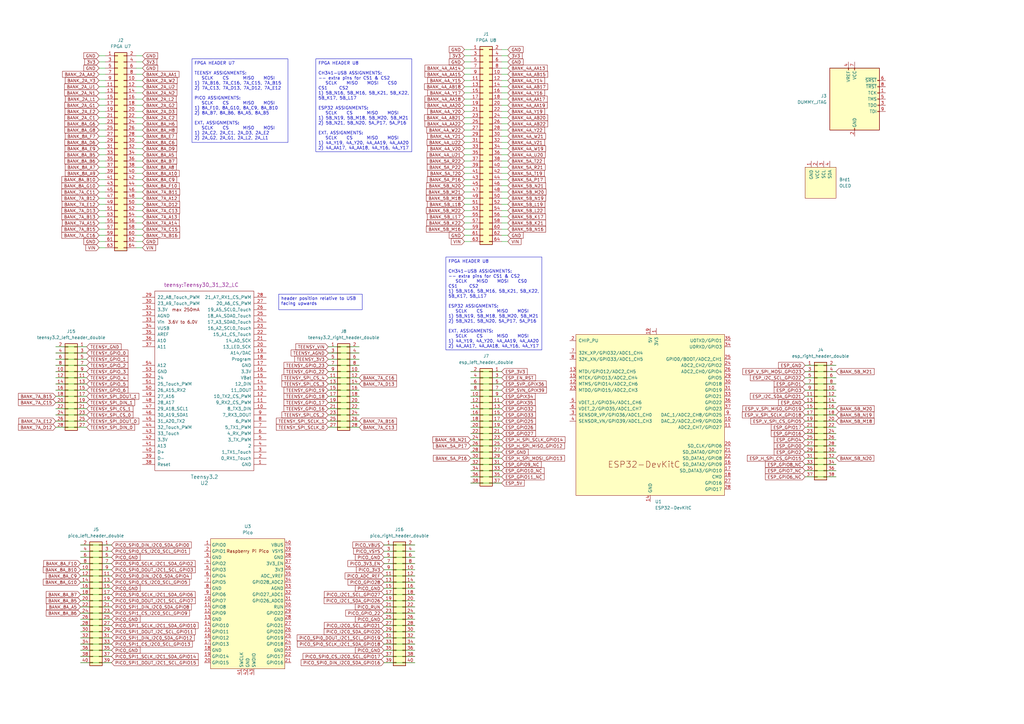
<source format=kicad_sch>
(kicad_sch (version 20230121) (generator eeschema)
  (paper "A3")
  (wire (pts (xy 208.28 22.86) (xy 205.74 22.86)))
  (wire (pts (xy 193.04 177.8) (xy 205.74 177.8)))
  (wire (pts (xy 33.02 243.84) (xy 45.72 243.84)))
  (wire (pts (xy 208.28 55.88) (xy 205.74 55.88)))
  (wire (pts (xy 157.48 259.08) (xy 170.18 259.08)))
  (wire (pts (xy 190.5 55.88) (xy 193.04 55.88)))
  (wire (pts (xy 208.28 45.72) (xy 205.74 45.72)))
  (wire (pts (xy 208.28 71.12) (xy 205.74 71.12)))
  (wire (pts (xy 40.64 73.66) (xy 43.18 73.66)))
  (wire (pts (xy 208.28 40.64) (xy 205.74 40.64)))
  (wire (pts (xy 193.04 172.72) (xy 205.74 172.72)))
  (wire (pts (xy 193.04 152.4) (xy 205.74 152.4)))
  (wire (pts (xy 58.42 91.44) (xy 55.88 91.44)))
  (wire (pts (xy 33.02 228.6) (xy 45.72 228.6)))
  (wire (pts (xy 190.5 83.82) (xy 193.04 83.82)))
  (wire (pts (xy 208.28 58.42) (xy 205.74 58.42)))
  (wire (pts (xy 33.02 238.76) (xy 45.72 238.76)))
  (wire (pts (xy 22.86 175.26) (xy 35.56 175.26)))
  (wire (pts (xy 134.62 154.94) (xy 147.32 154.94)))
  (wire (pts (xy 33.02 254) (xy 45.72 254)))
  (wire (pts (xy 58.42 27.94) (xy 55.88 27.94)))
  (wire (pts (xy 33.02 259.08) (xy 45.72 259.08)))
  (wire (pts (xy 40.64 68.58) (xy 43.18 68.58)))
  (wire (pts (xy 22.86 160.02) (xy 35.56 160.02)))
  (wire (pts (xy 193.04 187.96) (xy 205.74 187.96)))
  (wire (pts (xy 58.42 43.18) (xy 55.88 43.18)))
  (wire (pts (xy 193.04 154.94) (xy 205.74 154.94)))
  (wire (pts (xy 58.42 33.02) (xy 55.88 33.02)))
  (wire (pts (xy 22.86 142.24) (xy 35.56 142.24)))
  (wire (pts (xy 134.62 147.32) (xy 147.32 147.32)))
  (wire (pts (xy 22.86 147.32) (xy 35.56 147.32)))
  (wire (pts (xy 157.48 246.38) (xy 170.18 246.38)))
  (wire (pts (xy 208.28 27.94) (xy 205.74 27.94)))
  (wire (pts (xy 134.62 144.78) (xy 147.32 144.78)))
  (wire (pts (xy 58.42 66.04) (xy 55.88 66.04)))
  (wire (pts (xy 330.2 162.56) (xy 342.9 162.56)))
  (wire (pts (xy 208.28 78.74) (xy 205.74 78.74)))
  (wire (pts (xy 208.28 30.48) (xy 205.74 30.48)))
  (wire (pts (xy 157.48 223.52) (xy 170.18 223.52)))
  (wire (pts (xy 40.64 33.02) (xy 43.18 33.02)))
  (wire (pts (xy 330.2 175.26) (xy 342.9 175.26)))
  (wire (pts (xy 33.02 223.52) (xy 45.72 223.52)))
  (wire (pts (xy 190.5 76.2) (xy 193.04 76.2)))
  (wire (pts (xy 208.28 50.8) (xy 205.74 50.8)))
  (wire (pts (xy 190.5 48.26) (xy 193.04 48.26)))
  (wire (pts (xy 208.28 20.32) (xy 205.74 20.32)))
  (wire (pts (xy 58.42 63.5) (xy 55.88 63.5)))
  (wire (pts (xy 330.2 193.04) (xy 342.9 193.04)))
  (wire (pts (xy 33.02 261.62) (xy 45.72 261.62)))
  (wire (pts (xy 330.2 149.86) (xy 342.9 149.86)))
  (wire (pts (xy 40.64 38.1) (xy 43.18 38.1)))
  (wire (pts (xy 134.62 162.56) (xy 147.32 162.56)))
  (wire (pts (xy 134.62 165.1) (xy 147.32 165.1)))
  (wire (pts (xy 190.5 38.1) (xy 193.04 38.1)))
  (wire (pts (xy 40.64 27.94) (xy 43.18 27.94)))
  (wire (pts (xy 40.64 71.12) (xy 43.18 71.12)))
  (wire (pts (xy 58.42 50.8) (xy 55.88 50.8)))
  (wire (pts (xy 40.64 22.86) (xy 43.18 22.86)))
  (wire (pts (xy 22.86 144.78) (xy 35.56 144.78)))
  (wire (pts (xy 193.04 198.12) (xy 205.74 198.12)))
  (wire (pts (xy 208.28 38.1) (xy 205.74 38.1)))
  (wire (pts (xy 33.02 246.38) (xy 45.72 246.38)))
  (wire (pts (xy 40.64 55.88) (xy 43.18 55.88)))
  (wire (pts (xy 190.5 43.18) (xy 193.04 43.18)))
  (wire (pts (xy 157.48 269.24) (xy 170.18 269.24)))
  (wire (pts (xy 157.48 238.76) (xy 170.18 238.76)))
  (wire (pts (xy 40.64 76.2) (xy 43.18 76.2)))
  (wire (pts (xy 330.2 185.42) (xy 342.9 185.42)))
  (wire (pts (xy 33.02 233.68) (xy 45.72 233.68)))
  (wire (pts (xy 22.86 170.18) (xy 35.56 170.18)))
  (wire (pts (xy 193.04 180.34) (xy 205.74 180.34)))
  (wire (pts (xy 157.48 236.22) (xy 170.18 236.22)))
  (wire (pts (xy 40.64 43.18) (xy 43.18 43.18)))
  (wire (pts (xy 330.2 165.1) (xy 342.9 165.1)))
  (wire (pts (xy 40.64 60.96) (xy 43.18 60.96)))
  (wire (pts (xy 208.28 76.2) (xy 205.74 76.2)))
  (wire (pts (xy 40.64 50.8) (xy 43.18 50.8)))
  (wire (pts (xy 22.86 154.94) (xy 35.56 154.94)))
  (wire (pts (xy 40.64 99.06) (xy 43.18 99.06)))
  (wire (pts (xy 193.04 193.04) (xy 205.74 193.04)))
  (wire (pts (xy 190.5 35.56) (xy 193.04 35.56)))
  (wire (pts (xy 58.42 30.48) (xy 55.88 30.48)))
  (wire (pts (xy 190.5 71.12) (xy 193.04 71.12)))
  (wire (pts (xy 33.02 271.78) (xy 45.72 271.78)))
  (wire (pts (xy 58.42 35.56) (xy 55.88 35.56)))
  (wire (pts (xy 40.64 45.72) (xy 43.18 45.72)))
  (wire (pts (xy 330.2 152.4) (xy 342.9 152.4)))
  (wire (pts (xy 40.64 48.26) (xy 43.18 48.26)))
  (wire (pts (xy 157.48 248.92) (xy 170.18 248.92)))
  (wire (pts (xy 58.42 86.36) (xy 55.88 86.36)))
  (wire (pts (xy 58.42 22.86) (xy 55.88 22.86)))
  (wire (pts (xy 193.04 170.18) (xy 205.74 170.18)))
  (wire (pts (xy 190.5 99.06) (xy 193.04 99.06)))
  (wire (pts (xy 40.64 35.56) (xy 43.18 35.56)))
  (wire (pts (xy 330.2 170.18) (xy 342.9 170.18)))
  (wire (pts (xy 134.62 142.24) (xy 147.32 142.24)))
  (wire (pts (xy 58.42 38.1) (xy 55.88 38.1)))
  (wire (pts (xy 22.86 165.1) (xy 35.56 165.1)))
  (wire (pts (xy 58.42 48.26) (xy 55.88 48.26)))
  (wire (pts (xy 208.28 33.02) (xy 205.74 33.02)))
  (wire (pts (xy 33.02 226.06) (xy 45.72 226.06)))
  (wire (pts (xy 40.64 40.64) (xy 43.18 40.64)))
  (wire (pts (xy 33.02 266.7) (xy 45.72 266.7)))
  (wire (pts (xy 208.28 83.82) (xy 205.74 83.82)))
  (wire (pts (xy 208.28 73.66) (xy 205.74 73.66)))
  (wire (pts (xy 157.48 256.54) (xy 170.18 256.54)))
  (wire (pts (xy 208.28 35.56) (xy 205.74 35.56)))
  (wire (pts (xy 33.02 264.16) (xy 45.72 264.16)))
  (wire (pts (xy 58.42 96.52) (xy 55.88 96.52)))
  (wire (pts (xy 208.28 66.04) (xy 205.74 66.04)))
  (wire (pts (xy 190.5 30.48) (xy 193.04 30.48)))
  (wire (pts (xy 40.64 66.04) (xy 43.18 66.04)))
  (wire (pts (xy 134.62 152.4) (xy 147.32 152.4)))
  (wire (pts (xy 33.02 251.46) (xy 45.72 251.46)))
  (wire (pts (xy 330.2 195.58) (xy 342.9 195.58)))
  (wire (pts (xy 193.04 167.64) (xy 205.74 167.64)))
  (wire (pts (xy 190.5 45.72) (xy 193.04 45.72)))
  (wire (pts (xy 134.62 172.72) (xy 147.32 172.72)))
  (wire (pts (xy 58.42 101.6) (xy 55.88 101.6)))
  (wire (pts (xy 58.42 88.9) (xy 55.88 88.9)))
  (wire (pts (xy 157.48 251.46) (xy 170.18 251.46)))
  (wire (pts (xy 58.42 81.28) (xy 55.88 81.28)))
  (wire (pts (xy 58.42 99.06) (xy 55.88 99.06)))
  (wire (pts (xy 193.04 165.1) (xy 205.74 165.1)))
  (wire (pts (xy 190.5 53.34) (xy 193.04 53.34)))
  (wire (pts (xy 193.04 162.56) (xy 205.74 162.56)))
  (wire (pts (xy 190.5 73.66) (xy 193.04 73.66)))
  (wire (pts (xy 208.28 53.34) (xy 205.74 53.34)))
  (wire (pts (xy 208.28 81.28) (xy 205.74 81.28)))
  (wire (pts (xy 134.62 175.26) (xy 147.32 175.26)))
  (wire (pts (xy 157.48 271.78) (xy 170.18 271.78)))
  (wire (pts (xy 190.5 33.02) (xy 193.04 33.02)))
  (wire (pts (xy 58.42 25.4) (xy 55.88 25.4)))
  (wire (pts (xy 22.86 162.56) (xy 35.56 162.56)))
  (wire (pts (xy 190.5 60.96) (xy 193.04 60.96)))
  (wire (pts (xy 157.48 226.06) (xy 170.18 226.06)))
  (wire (pts (xy 33.02 269.24) (xy 45.72 269.24)))
  (wire (pts (xy 58.42 55.88) (xy 55.88 55.88)))
  (wire (pts (xy 40.64 63.5) (xy 43.18 63.5)))
  (wire (pts (xy 33.02 236.22) (xy 45.72 236.22)))
  (wire (pts (xy 330.2 180.34) (xy 342.9 180.34)))
  (wire (pts (xy 134.62 149.86) (xy 147.32 149.86)))
  (wire (pts (xy 193.04 175.26) (xy 205.74 175.26)))
  (wire (pts (xy 22.86 172.72) (xy 35.56 172.72)))
  (wire (pts (xy 134.62 167.64) (xy 147.32 167.64)))
  (wire (pts (xy 22.86 167.64) (xy 35.56 167.64)))
  (wire (pts (xy 193.04 185.42) (xy 205.74 185.42)))
  (wire (pts (xy 208.28 63.5) (xy 205.74 63.5)))
  (wire (pts (xy 190.5 27.94) (xy 193.04 27.94)))
  (wire (pts (xy 134.62 160.02) (xy 147.32 160.02)))
  (wire (pts (xy 193.04 160.02) (xy 205.74 160.02)))
  (wire (pts (xy 58.42 68.58) (xy 55.88 68.58)))
  (wire (pts (xy 330.2 167.64) (xy 342.9 167.64)))
  (wire (pts (xy 157.48 266.7) (xy 170.18 266.7)))
  (wire (pts (xy 40.64 30.48) (xy 43.18 30.48)))
  (wire (pts (xy 190.5 86.36) (xy 193.04 86.36)))
  (wire (pts (xy 330.2 182.88) (xy 342.9 182.88)))
  (wire (pts (xy 40.64 81.28) (xy 43.18 81.28)))
  (wire (pts (xy 40.64 53.34) (xy 43.18 53.34)))
  (wire (pts (xy 58.42 40.64) (xy 55.88 40.64)))
  (wire (pts (xy 330.2 157.48) (xy 342.9 157.48)))
  (wire (pts (xy 190.5 25.4) (xy 193.04 25.4)))
  (wire (pts (xy 330.2 160.02) (xy 342.9 160.02)))
  (wire (pts (xy 208.28 91.44) (xy 205.74 91.44)))
  (wire (pts (xy 40.64 101.6) (xy 43.18 101.6)))
  (wire (pts (xy 58.42 76.2) (xy 55.88 76.2)))
  (wire (pts (xy 330.2 187.96) (xy 342.9 187.96)))
  (wire (pts (xy 208.28 96.52) (xy 205.74 96.52)))
  (wire (pts (xy 58.42 58.42) (xy 55.88 58.42)))
  (wire (pts (xy 58.42 60.96) (xy 55.88 60.96)))
  (wire (pts (xy 330.2 177.8) (xy 342.9 177.8)))
  (wire (pts (xy 40.64 78.74) (xy 43.18 78.74)))
  (wire (pts (xy 22.86 157.48) (xy 35.56 157.48)))
  (wire (pts (xy 40.64 93.98) (xy 43.18 93.98)))
  (wire (pts (xy 33.02 231.14) (xy 45.72 231.14)))
  (wire (pts (xy 208.28 99.06) (xy 205.74 99.06)))
  (wire (pts (xy 40.64 25.4) (xy 43.18 25.4)))
  (wire (pts (xy 193.04 195.58) (xy 205.74 195.58)))
  (wire (pts (xy 208.28 48.26) (xy 205.74 48.26)))
  (wire (pts (xy 190.5 50.8) (xy 193.04 50.8)))
  (wire (pts (xy 58.42 71.12) (xy 55.88 71.12)))
  (wire (pts (xy 40.64 96.52) (xy 43.18 96.52)))
  (wire (pts (xy 157.48 231.14) (xy 170.18 231.14)))
  (wire (pts (xy 40.64 83.82) (xy 43.18 83.82)))
  (wire (pts (xy 22.86 152.4) (xy 35.56 152.4)))
  (wire (pts (xy 40.64 88.9) (xy 43.18 88.9)))
  (wire (pts (xy 190.5 58.42) (xy 193.04 58.42)))
  (wire (pts (xy 33.02 241.3) (xy 45.72 241.3)))
  (wire (pts (xy 193.04 157.48) (xy 205.74 157.48)))
  (wire (pts (xy 208.28 60.96) (xy 205.74 60.96)))
  (wire (pts (xy 33.02 248.92) (xy 45.72 248.92)))
  (wire (pts (xy 190.5 66.04) (xy 193.04 66.04)))
  (wire (pts (xy 208.28 68.58) (xy 205.74 68.58)))
  (wire (pts (xy 190.5 68.58) (xy 193.04 68.58)))
  (wire (pts (xy 157.48 243.84) (xy 170.18 243.84)))
  (wire (pts (xy 190.5 78.74) (xy 193.04 78.74)))
  (wire (pts (xy 157.48 261.62) (xy 170.18 261.62)))
  (wire (pts (xy 22.86 149.86) (xy 35.56 149.86)))
  (wire (pts (xy 190.5 63.5) (xy 193.04 63.5)))
  (wire (pts (xy 58.42 93.98) (xy 55.88 93.98)))
  (wire (pts (xy 208.28 88.9) (xy 205.74 88.9)))
  (wire (pts (xy 33.02 256.54) (xy 45.72 256.54)))
  (wire (pts (xy 208.28 86.36) (xy 205.74 86.36)))
  (wire (pts (xy 190.5 91.44) (xy 193.04 91.44)))
  (wire (pts (xy 208.28 25.4) (xy 205.74 25.4)))
  (wire (pts (xy 58.42 83.82) (xy 55.88 83.82)))
  (wire (pts (xy 157.48 241.3) (xy 170.18 241.3)))
  (wire (pts (xy 134.62 157.48) (xy 147.32 157.48)))
  (wire (pts (xy 157.48 264.16) (xy 170.18 264.16)))
  (wire (pts (xy 190.5 22.86) (xy 193.04 22.86)))
  (wire (pts (xy 157.48 233.68) (xy 170.18 233.68)))
  (wire (pts (xy 193.04 182.88) (xy 205.74 182.88)))
  (wire (pts (xy 58.42 78.74) (xy 55.88 78.74)))
  (wire (pts (xy 193.04 190.5) (xy 205.74 190.5)))
  (wire (pts (xy 157.48 228.6) (xy 170.18 228.6)))
  (wire (pts (xy 330.2 154.94) (xy 342.9 154.94)))
  (wire (pts (xy 58.42 45.72) (xy 55.88 45.72)))
  (wire (pts (xy 190.5 40.64) (xy 193.04 40.64)))
  (wire (pts (xy 190.5 96.52) (xy 193.04 96.52)))
  (wire (pts (xy 208.28 93.98) (xy 205.74 93.98)))
  (wire (pts (xy 190.5 88.9) (xy 193.04 88.9)))
  (wire (pts (xy 208.28 43.18) (xy 205.74 43.18)))
  (wire (pts (xy 330.2 190.5) (xy 342.9 190.5)))
  (wire (pts (xy 58.42 53.34) (xy 55.88 53.34)))
  (wire (pts (xy 157.48 254) (xy 170.18 254)))
  (wire (pts (xy 190.5 81.28) (xy 193.04 81.28)))
  (wire (pts (xy 134.62 170.18) (xy 147.32 170.18)))
  (wire (pts (xy 40.64 91.44) (xy 43.18 91.44)))
  (wire (pts (xy 190.5 20.32) (xy 193.04 20.32)))
  (wire (pts (xy 190.5 93.98) (xy 193.04 93.98)))
  (wire (pts (xy 58.42 73.66) (xy 55.88 73.66)))
  (wire (pts (xy 330.2 172.72) (xy 342.9 172.72)))
  (wire (pts (xy 40.64 58.42) (xy 43.18 58.42)))
  (wire (pts (xy 40.64 86.36) (xy 43.18 86.36)))
  (text_box "FPGA HEADER U7\n\nTEENSY ASSIGNMENTS:\n   SCLK    CS      MISO    MOSI\n1) 7A_B16, 7A_C16, 7A_C15, 7A_B15\n2) 7A_C13, 7A_D13, 7A_D12, 7A_E12\n\nPICO ASSIGNMENTS:\n   SCLK    CS      MISO    MOSI\n1) 8A_F10, 8A_G10, 8A_C9, 8A_B10\n2) 8A_B7, 8A_B6, 8A_A5, 8A_B5\n\nEXT. ASSIGNMENTS:\n   SCLK    CS      MISO    MOSI\n1) 2A_C2, 2A_C1, 2A_D3, 2A_E2\n2) 2A_G2, 2A_G1, 2A_L2, 2A_L1" (at 78.74 24.13 0) (size 39.37 34.29) (effects (font (size 1.27 1.27)) (justify left top)))
  (text_box "header position relative to USB facing upwards" (at 114.3 120.65 0) (size 34.29 6.35) (effects (font (size 1.27 1.27)) (justify left top)))
  (text_box "FPGA HEADER U8\n\nCH341-USB ASSIGNMENTS:\n-- extra pins for CS1 & CS2\n   SCLK    MISO    MOSI    CS0     CS1     CS2\n1) 5B_N16, 5B_M16, 5B_K21, 5B_K22, 5B_K17, 5B_L17\n\nESP32 ASSIGNMENTS:\n   SCLK    CS      MISO    MOSI\n1) 5B_N19, 5B_M18, 5B_M20, 5B_M21\n2) 5B_N21, 5B_N20, 5A_P17, 5A_P16\n\nEXT. ASSIGNMENTS:\n   SCLK    CS      MISO    MOSI\n1) 4A_Y19, 4A_Y20, 4A_AA19, 4A_AA20\n2) 4A_AA17, 4A_AA18, 4A_Y16, 4A_Y17" (at 182.88 105.41 0) (size 39.37 38.1) (effects (font (size 1.27 1.27)) (justify left top)))
  (text_box "FPGA HEADER U8\n\nCH341-USB ASSIGNMENTS:\n-- extra pins for CS1 & CS2\n   SCLK    MISO    MOSI    CS0     CS1     CS2\n1) 5B_N16, 5B_M16, 5B_K21, 5B_K22, 5B_K17, 5B_L17\n\nESP32 ASSIGNMENTS:\n   SCLK    CS      MISO    MOSI\n1) 5B_N19, 5B_M18, 5B_M20, 5B_M21\n2) 5B_N21, 5B_N20, 5A_P17, 5A_P16\n\nEXT. ASSIGNMENTS:\n   SCLK    CS      MISO    MOSI\n1) 4A_Y19, 4A_Y20, 4A_AA19, 4A_AA20\n2) 4A_AA17, 4A_AA18, 4A_Y16, 4A_Y17" (at 129.54 24.13 0) (size 39.37 38.1) (effects (font (size 1.27 1.27)) (justify left top)))
  (global_label "TEENSY_SPI_CS_2" (shape input) (at 134.62 170.18 180) (property "Intersheetrefs" "${INTERSHEET_REFS}" (effects hide)))
  (global_label "ESP_V_SPI_MOSI_GPIO23" (shape input) (at 627.38 55.88 0) (property "Intersheetrefs" "${INTERSHEET_REFS}" (effects hide)))
  (global_label "BANK_8A_A5" (shape input) (at 33.02 248.92 180) (property "Intersheetrefs" "${INTERSHEET_REFS}" (effects hide)))
  (global_label "BANK_7A_C13" (shape input) (at 147.32 175.26 0) (property "Intersheetrefs" "${INTERSHEET_REFS}" (effects hide)))
  (global_label "TEENSY_GPIO_3" (shape input) (at 35.56 152.4 0) (property "Intersheetrefs" "${INTERSHEET_REFS}" (effects hide)))
  (global_label "ESP_GPIO0" (shape input) (at 627.38 86.36 0) (property "Intersheetrefs" "${INTERSHEET_REFS}" (effects hide)))
  (global_label "ESP_GPIX34" (shape input) (at 205.74 162.56 0) (property "Intersheetrefs" "${INTERSHEET_REFS}" (effects hide)))
  (global_label "PICO_GND" (shape input) (at 502.92 111.76 180) (property "Intersheetrefs" "${INTERSHEET_REFS}" (effects hide)))
  (global_label "PICO_SPI0_CS_I2C0_SCL_GPIO17" (shape input) (at 523.24 152.4 0) (property "Intersheetrefs" "${INTERSHEET_REFS}" (effects hide)))
  (global_label "BANK_4A_Y15" (shape input) (at 190.5 33.02 180) (property "Intersheetrefs" "${INTERSHEET_REFS}" (effects hide)))
  (global_label "TEENSY_SPI_CS_2" (shape input) (at 518.16 30.48 0) (property "Intersheetrefs" "${INTERSHEET_REFS}" (effects hide)))
  (global_label "ESP_GPIO9_NC" (shape input) (at 609.6 91.44 180) (property "Intersheetrefs" "${INTERSHEET_REFS}" (effects hide)))
  (global_label "PICO_SPI0_DIN_I2C0_SDA_GPIO16" (shape input) (at 523.24 154.94 0) (property "Intersheetrefs" "${INTERSHEET_REFS}" (effects hide)))
  (global_label "BANK_2A_W2" (shape input) (at 58.42 33.02 0) (property "Intersheetrefs" "${INTERSHEET_REFS}" (effects hide)))
  (global_label "PICO_SPI0_SCLK_I2C1_SDA_GPIO2" (shape input) (at 45.72 231.14 0) (property "Intersheetrefs" "${INTERSHEET_REFS}" (effects hide)))
  (global_label "BANK_5B_K17" (shape input) (at 208.28 88.9 0) (property "Intersheetrefs" "${INTERSHEET_REFS}" (effects hide)))
  (global_label "PICO_SPI1_DIN_I2C0_SDA_GPIO8" (shape input) (at 502.92 132.08 180) (property "Intersheetrefs" "${INTERSHEET_REFS}" (effects hide)))
  (global_label "BANK_2A_Y3" (shape input) (at 40.64 33.02 180) (property "Intersheetrefs" "${INTERSHEET_REFS}" (effects hide)))
  (global_label "BANK_8A_C9" (shape input) (at 33.02 236.22 180) (property "Intersheetrefs" "${INTERSHEET_REFS}" (effects hide)))
  (global_label "BANK_4A_V21" (shape input) (at 208.28 58.42 0) (property "Intersheetrefs" "${INTERSHEET_REFS}" (effects hide)))
  (global_label "PICO_GND" (shape input) (at 157.48 254 180) (property "Intersheetrefs" "${INTERSHEET_REFS}" (effects hide)))
  (global_label "PICO_SPI0_DIN_I2C0_SDA_GPIO4" (shape input) (at 502.92 119.38 180) (property "Intersheetrefs" "${INTERSHEET_REFS}" (effects hide)))
  (global_label "ESP_V_SPI_MISO_GPIO19" (shape input) (at 627.38 71.12 0) (property "Intersheetrefs" "${INTERSHEET_REFS}" (effects hide)))
  (global_label "ESP_GPIO17" (shape input) (at 627.38 78.74 0) (property "Intersheetrefs" "${INTERSHEET_REFS}" (effects hide)))
  (global_label "ESP_V_SPI_MOSI_GPIO23" (shape input) (at 330.2 152.4 180) (property "Intersheetrefs" "${INTERSHEET_REFS}" (effects hide)))
  (global_label "ESP_H_SPI_MOSI_GPIO13" (shape input) (at 609.6 88.9 180) (property "Intersheetrefs" "${INTERSHEET_REFS}" (effects hide)))
  (global_label "ESP_GPIO32" (shape input) (at 609.6 68.58 180) (property "Intersheetrefs" "${INTERSHEET_REFS}" (effects hide)))
  (global_label "BANK_8A_A10" (shape input) (at 58.42 71.12 0) (property "Intersheetrefs" "${INTERSHEET_REFS}" (effects hide)))
  (global_label "BANK_5B_K22" (shape input) (at 190.5 91.44 180) (property "Intersheetrefs" "${INTERSHEET_REFS}" (effects hide)))
  (global_label "BANK_4A_Y17" (shape input) (at 190.5 38.1 180) (property "Intersheetrefs" "${INTERSHEET_REFS}" (effects hide)))
  (global_label "PICO_SPI1_SCLK_I2C1_SDA_GPIO14" (shape input) (at 45.72 269.24 0) (property "Intersheetrefs" "${INTERSHEET_REFS}" (effects hide)))
  (global_label "BANK_5B_M18" (shape input) (at 190.5 81.28 180) (property "Intersheetrefs" "${INTERSHEET_REFS}" (effects hide)))
  (global_label "ESP_GND" (shape input) (at 627.38 68.58 0) (property "Intersheetrefs" "${INTERSHEET_REFS}" (effects hide)))
  (global_label "TEENSY_GPIO_22" (shape input) (at 518.16 25.4 0) (property "Intersheetrefs" "${INTERSHEET_REFS}" (effects hide)))
  (global_label "ESP_GPIO7_NC" (shape input) (at 627.38 96.52 0) (property "Intersheetrefs" "${INTERSHEET_REFS}" (effects hide)))
  (global_label "ESP_V_SPI_SCLK_GPIO18" (shape input) (at 627.38 73.66 0) (property "Intersheetrefs" "${INTERSHEET_REFS}" (effects hide)))
  (global_label "ESP_GPIO7_NC" (shape input) (at 330.2 193.04 180) (property "Intersheetrefs" "${INTERSHEET_REFS}" (effects hide)))
  (global_label "TEENSY_GPIO_23" (shape input) (at 518.16 22.86 0) (property "Intersheetrefs" "${INTERSHEET_REFS}" (effects hide)))
  (global_label "ESP_EN_RST" (shape input) (at 205.74 154.94 0) (property "Intersheetrefs" "${INTERSHEET_REFS}" (effects hide)))
  (global_label "TEENSY_GPIO_4" (shape input) (at 497.84 27.94 180) (property "Intersheetrefs" "${INTERSHEET_REFS}" (effects hide)))
  (global_label "BANK_4A_U22" (shape input) (at 190.5 58.42 180) (property "Intersheetrefs" "${INTERSHEET_REFS}" (effects hide)))
  (global_label "TEENSY_SPI_DOUT_1" (shape input) (at 35.56 162.56 0) (property "Intersheetrefs" "${INTERSHEET_REFS}" (effects hide)))
  (global_label "BANK_5B_M20" (shape input) (at 208.28 78.74 0) (property "Intersheetrefs" "${INTERSHEET_REFS}" (effects hide)))
  (global_label "PICO_GND" (shape input) (at 45.72 228.6 0) (property "Intersheetrefs" "${INTERSHEET_REFS}" (effects hide)))
  (global_label "BANK_8A_B10" (shape input) (at 40.64 73.66 180) (property "Intersheetrefs" "${INTERSHEET_REFS}" (effects hide)))
  (global_label "GND" (shape input) (at 58.42 22.86 0) (property "Intersheetrefs" "${INTERSHEET_REFS}" (effects hide)))
  (global_label "BANK_2A_N2" (shape input) (at 58.42 38.1 0) (property "Intersheetrefs" "${INTERSHEET_REFS}" (effects hide)))
  (global_label "GND" (shape input) (at 58.42 27.94 0) (property "Intersheetrefs" "${INTERSHEET_REFS}" (effects hide)))
  (global_label "ESP_SVP_GPIX36" (shape input) (at 609.6 58.42 180) (property "Intersheetrefs" "${INTERSHEET_REFS}" (effects hide)))
  (global_label "PICO_GND" (shape input) (at 502.92 137.16 180) (property "Intersheetrefs" "${INTERSHEET_REFS}" (effects hide)))
  (global_label "PICO_3V3_EN" (shape input) (at 157.48 231.14 180) (property "Intersheetrefs" "${INTERSHEET_REFS}" (effects hide)))
  (global_label "BANK_8A_G10" (shape input) (at 33.02 238.76 180) (property "Intersheetrefs" "${INTERSHEET_REFS}" (effects hide)))
  (global_label "BANK_5B_L17" (shape input) (at 190.5 88.9 180) (property "Intersheetrefs" "${INTERSHEET_REFS}" (effects hide)))
  (global_label "PICO_VSYS" (shape input) (at 157.48 226.06 180) (property "Intersheetrefs" "${INTERSHEET_REFS}" (effects hide)))
  (global_label "BANK_2A_G2" (shape input) (at 58.42 43.18 0) (property "Intersheetrefs" "${INTERSHEET_REFS}" (effects hide)))
  (global_label "BANK_5B_N16" (shape input) (at 208.28 93.98 0) (property "Intersheetrefs" "${INTERSHEET_REFS}" (effects hide)))
  (global_label "ESP_GPIO9_NC" (shape input) (at 205.74 190.5 0) (property "Intersheetrefs" "${INTERSHEET_REFS}" (effects hide)))
  (global_label "PICO_I2C1_SDA_GPIO26" (shape input) (at 523.24 129.54 0) (property "Intersheetrefs" "${INTERSHEET_REFS}" (effects hide)))
  (global_label "PICO_3V3_EN" (shape input) (at 523.24 114.3 0) (property "Intersheetrefs" "${INTERSHEET_REFS}" (effects hide)))
  (global_label "BANK_8A_A9" (shape input) (at 40.64 71.12 180) (property "Intersheetrefs" "${INTERSHEET_REFS}" (effects hide)))
  (global_label "ESP_GPIO21" (shape input) (at 627.38 66.04 0) (property "Intersheetrefs" "${INTERSHEET_REFS}" (effects hide)))
  (global_label "ESP_V_SPI_CS_GPIO5" (shape input) (at 330.2 172.72 180) (property "Intersheetrefs" "${INTERSHEET_REFS}" (effects hide)))
  (global_label "TEESNY_GPIO_6" (shape input) (at 35.56 160.02 0) (property "Intersheetrefs" "${INTERSHEET_REFS}" (effects hide)))
  (global_label "ESP_GPIO3" (shape input) (at 627.38 63.5 0) (property "Intersheetrefs" "${INTERSHEET_REFS}" (effects hide)))
  (global_label "BANK_8A_F7" (shape input) (at 40.64 55.88 180) (property "Intersheetrefs" "${INTERSHEET_REFS}" (effects hide)))
  (global_label "BANK_4A_U21" (shape input) (at 190.5 63.5 180) (property "Intersheetrefs" "${INTERSHEET_REFS}" (effects hide)))
  (global_label "PICO_GND" (shape input) (at 523.24 149.86 0) (property "Intersheetrefs" "${INTERSHEET_REFS}" (effects hide)))
  (global_label "BANK_5A_P16" (shape input) (at 190.5 73.66 180) (property "Intersheetrefs" "${INTERSHEET_REFS}" (effects hide)))
  (global_label "BANK_4A_Y20" (shape input) (at 190.5 45.72 180) (property "Intersheetrefs" "${INTERSHEET_REFS}" (effects hide)))
  (global_label "PICO_SPI0_CS_I2C0_SCL_GPIO5" (shape input) (at 502.92 121.92 180) (property "Intersheetrefs" "${INTERSHEET_REFS}" (effects hide)))
  (global_label "PICO_SPI0_CS_I2C0_SCL_GPIO17" (shape input) (at 157.48 269.24 180) (property "Intersheetrefs" "${INTERSHEET_REFS}" (effects hide)))
  (global_label "BANK_7A_E12" (shape input) (at 22.86 172.72 180) (property "Intersheetrefs" "${INTERSHEET_REFS}" (effects hide)))
  (global_label "BANK_5B_M21" (shape input) (at 190.5 78.74 180) (property "Intersheetrefs" "${INTERSHEET_REFS}" (effects hide)))
  (global_label "BANK_8A_B7" (shape input) (at 33.02 243.84 180) (property "Intersheetrefs" "${INTERSHEET_REFS}" (effects hide)))
  (global_label "TEENSY_GPIO_23" (shape input) (at 134.62 149.86 180) (property "Intersheetrefs" "${INTERSHEET_REFS}" (effects hide)))
  (global_label "BANK_5B_L19" (shape input) (at 208.28 83.82 0) (property "Intersheetrefs" "${INTERSHEET_REFS}" (effects hide)))
  (global_label "ESP_GPIO11_NC" (shape input) (at 609.6 96.52 180) (property "Intersheetrefs" "${INTERSHEET_REFS}" (effects hide)))
  (global_label "BANK_4A_AA13" (shape input) (at 208.28 27.94 0) (property "Intersheetrefs" "${INTERSHEET_REFS}" (effects hide)))
  (global_label "VIN" (shape input) (at 208.28 99.06 0) (property "Intersheetrefs" "${INTERSHEET_REFS}" (effects hide)))
  (global_label "BANK_8A_A5" (shape input) (at 58.42 63.5 0) (property "Intersheetrefs" "${INTERSHEET_REFS}" (effects hide)))
  (global_label "PICO_SPI1_DIN_I2C0_SDA_GPIO12" (shape input) (at 45.72 261.62 0) (property "Intersheetrefs" "${INTERSHEET_REFS}" (effects hide)))
  (global_label "PICO_SPI0_DIN_I2C0_SDA_GPIO0" (shape input) (at 45.72 223.52 0) (property "Intersheetrefs" "${INTERSHEET_REFS}" (effects hide)))
  (global_label "BANK_7A_E12" (shape input) (at 40.64 83.82 180) (property "Intersheetrefs" "${INTERSHEET_REFS}" (effects hide)))
  (global_label "PICO_I2C0_SCL_GPIO21" (shape input) (at 157.48 256.54 180) (property "Intersheetrefs" "${INTERSHEET_REFS}" (effects hide)))
  (global_label "TEENSY_GPIO_1" (shape input) (at 497.84 20.32 180) (property "Intersheetrefs" "${INTERSHEET_REFS}" (effects hide)))
  (global_label "ESP_GPIO4" (shape input) (at 627.38 83.82 0) (property "Intersheetrefs" "${INTERSHEET_REFS}" (effects hide)))
  (global_label "ESP_GPIO1" (shape input) (at 330.2 157.48 180) (property "Intersheetrefs" "${INTERSHEET_REFS}" (effects hide)))
  (global_label "PICO_SPI0_SCLK_I2C1_SDA_GPIO2" (shape input) (at 502.92 114.3 180) (property "Intersheetrefs" "${INTERSHEET_REFS}" (effects hide)))
  (global_label "BANK_8A_B5" (shape input) (at 40.64 63.5 180) (property "Intersheetrefs" "${INTERSHEET_REFS}" (effects hide)))
  (global_label "BANK_2A_D3" (shape input) (at 58.42 45.72 0) (property "Intersheetrefs" "${INTERSHEET_REFS}" (effects hide)))
  (global_label "TEENSY_SPI_SCLK_1" (shape input) (at 134.62 172.72 180) (property "Intersheetrefs" "${INTERSHEET_REFS}" (effects hide)))
  (global_label "ESP_GPIO22" (shape input) (at 627.38 58.42 0) (property "Intersheetrefs" "${INTERSHEET_REFS}" (effects hide)))
  (global_label "ESP_H_SPI_CS_GPIO15" (shape input) (at 330.2 187.96 180) (property "Intersheetrefs" "${INTERSHEET_REFS}" (effects hide)))
  (global_label "ESP_GPIO33" (shape input) (at 205.74 170.18 0) (property "Intersheetrefs" "${INTERSHEET_REFS}" (effects hide)))
  (global_label "3V3" (shape input) (at 40.64 25.4 180) (property "Intersheetrefs" "${INTERSHEET_REFS}" (effects hide)))
  (global_label "PICO_GND" (shape input) (at 45.72 241.3 0) (property "Intersheetrefs" "${INTERSHEET_REFS}" (effects hide)))
  (global_label "BANK_8A_G6" (shape input) (at 40.64 50.8 180) (property "Intersheetrefs" "${INTERSHEET_REFS}" (effects hide)))
  (global_label "ESP_GPIO27" (shape input) (at 205.74 177.8 0) (property "Intersheetrefs" "${INTERSHEET_REFS}" (effects hide)))
  (global_label "BANK_4A_W19" (shape input) (at 208.28 60.96 0) (property "Intersheetrefs" "${INTERSHEET_REFS}" (effects hide)))
  (global_label "ESP_V_SPI_CS_GPIO5" (shape input) (at 627.38 76.2 0) (property "Intersheetrefs" "${INTERSHEET_REFS}" (effects hide)))
  (global_label "3V3" (shape input) (at 58.42 25.4 0) (property "Intersheetrefs" "${INTERSHEET_REFS}" (effects hide)))
  (global_label "BANK_4A_Y19" (shape input) (at 208.28 45.72 0) (property "Intersheetrefs" "${INTERSHEET_REFS}" (effects hide)))
  (global_label "PICO_SPI1_DOUT_I2C_SCL_GPIO11" (shape input) (at 502.92 142.24 180) (property "Intersheetrefs" "${INTERSHEET_REFS}" (effects hide)))
  (global_label "BANK_5A_R22" (shape input) (at 190.5 66.04 180) (property "Intersheetrefs" "${INTERSHEET_REFS}" (effects hide)))
  (global_label "PICO_GND" (shape input) (at 502.92 124.46 180) (property "Intersheetrefs" "${INTERSHEET_REFS}" (effects hide)))
  (global_label "ESP_GPIO6_NC" (shape input) (at 627.38 99.06 0) (property "Intersheetrefs" "${INTERSHEET_REFS}" (effects hide)))
  (global_label "BANK_5A_T22" (shape input) (at 208.28 66.04 0) (property "Intersheetrefs" "${INTERSHEET_REFS}" (effects hide)))
  (global_label "BANK_4A_AB22" (shape input) (at 208.28 50.8 0) (property "Intersheetrefs" "${INTERSHEET_REFS}" (effects hide)))
  (global_label "ESP_GPIO32" (shape input) (at 205.74 167.64 0) (property "Intersheetrefs" "${INTERSHEET_REFS}" (effects hide)))
  (global_label "BANK_7A_B15" (shape input) (at 22.86 162.56 180) (property "Intersheetrefs" "${INTERSHEET_REFS}" (effects hide)))
  (global_label "ESP_GPIO10_NC" (shape input) (at 609.6 93.98 180) (property "Intersheetrefs" "${INTERSHEET_REFS}" (effects hide)))
  (global_label "GND" (shape input) (at 40.64 22.86 180) (property "Intersheetrefs" "${INTERSHEET_REFS}" (effects hide)))
  (global_label "TEENSY_GPIO_17" (shape input) (at 518.16 38.1 0) (property "Intersheetrefs" "${INTERSHEET_REFS}" (effects hide)))
  (global_label "BANK_8A_B5" (shape input) (at 33.02 246.38 180) (property "Intersheetrefs" "${INTERSHEET_REFS}" (effects hide)))
  (global_label "BANK_8A_H8" (shape input) (at 58.42 53.34 0) (property "Intersheetrefs" "${INTERSHEET_REFS}" (effects hide)))
  (global_label "TEENSY_SPI_DOUT_0" (shape input) (at 35.56 172.72 0) (property "Intersheetrefs" "${INTERSHEET_REFS}" (effects hide)))
  (global_label "TEENSY_SPI_CS_1" (shape input) (at 35.56 167.64 0) (property "Intersheetrefs" "${INTERSHEET_REFS}" (effects hide)))
  (global_label "PICO_I2C1_SDA_GPIO26" (shape input) (at 157.48 246.38 180) (property "Intersheetrefs" "${INTERSHEET_REFS}" (effects hide)))
  (global_label "PICO_SPI1_DIN_I2C0_SDA_GPIO8" (shape input) (at 45.72 248.92 0) (property "Intersheetrefs" "${INTERSHEET_REFS}" (effects hide)))
  (global_label "BANK_2A_C2" (shape input) (at 58.42 48.26 0) (property "Intersheetrefs" "${INTERSHEET_REFS}" (effects hide)))
  (global_label "PICO_VBUS" (shape input) (at 157.48 223.52 180) (property "Intersheetrefs" "${INTERSHEET_REFS}" (effects hide)))
  (global_label "PICO_GND" (shape input) (at 157.48 228.6 180) (property "Intersheetrefs" "${INTERSHEET_REFS}" (effects hide)))
  (global_label "3V3" (shape input) (at 208.28 22.86 0) (property "Intersheetrefs" "${INTERSHEET_REFS}" (effects hide)))
  (global_label "BANK_5B_N19" (shape input) (at 208.28 81.28 0) (property "Intersheetrefs" "${INTERSHEET_REFS}" (effects hide)))
  (global_label "PICO_I2C1_SCL_GPIO27" (shape input) (at 157.48 243.84 180) (property "Intersheetrefs" "${INTERSHEET_REFS}" (effects hide)))
  (global_label "ESP_I2C_SCL_GPIO22" (shape input) (at 330.2 154.94 180) (property "Intersheetrefs" "${INTERSHEET_REFS}" (effects hide)))
  (global_label "PICO_ADC_REF" (shape input) (at 523.24 119.38 0) (property "Intersheetrefs" "${INTERSHEET_REFS}" (effects hide)))
  (global_label "BANK_4A_W22" (shape input) (at 190.5 53.34 180) (property "Intersheetrefs" "${INTERSHEET_REFS}" (effects hide)))
  (global_label "TEENSY_GPIO_16" (shape input) (at 134.62 167.64 180) (property "Intersheetrefs" "${INTERSHEET_REFS}" (effects hide)))
  (global_label "BANK_5B_N21" (shape input) (at 193.04 180.34 180) (property "Intersheetrefs" "${INTERSHEET_REFS}" (effects hide)))
  (global_label "TEENSY_GPIO_18" (shape input) (at 518.16 35.56 0) (property "Intersheetrefs" "${INTERSHEET_REFS}" (effects hide)))
  (global_label "GND" (shape input) (at 190.5 96.52 180) (property "Intersheetrefs" "${INTERSHEET_REFS}" (effects hide)))
  (global_label "PICO_SPI1_SCLK_I2C1_SDA_GPIO10" (shape input) (at 502.92 139.7 180) (property "Intersheetrefs" "${INTERSHEET_REFS}" (effects hide)))
  (global_label "BANK_2A_C1" (shape input) (at 40.64 48.26 180) (property "Intersheetrefs" "${INTERSHEET_REFS}" (effects hide)))
  (global_label "BANK_5B_M21" (shape input) (at 342.9 152.4 0) (property "Intersheetrefs" "${INTERSHEET_REFS}" (effects hide)))
  (global_label "TEENSY_SPI_CS_3" (shape input) (at 134.62 157.48 180) (property "Intersheetrefs" "${INTERSHEET_REFS}" (effects hide)))
  (global_label "BANK_8A_A7" (shape input) (at 40.64 68.58 180) (property "Intersheetrefs" "${INTERSHEET_REFS}" (effects hide)))
  (global_label "TEENSY_SPI_CS_0" (shape input) (at 35.56 170.18 0) (property "Intersheetrefs" "${INTERSHEET_REFS}" (effects hide)))
  (global_label "TEENSY_GPIO_5" (shape input) (at 497.84 30.48 180) (property "Intersheetrefs" "${INTERSHEET_REFS}" (effects hide)))
  (global_label "TEENSY_GPIO_5" (shape input) (at 35.56 157.48 0) (property "Intersheetrefs" "${INTERSHEET_REFS}" (effects hide)))
  (global_label "BANK_7A_C15" (shape input) (at 58.42 93.98 0) (property "Intersheetrefs" "${INTERSHEET_REFS}" (effects hide)))
  (global_label "PICO_SPI1_CS_I2C0_SCL_GPIO9" (shape input) (at 45.72 251.46 0) (property "Intersheetrefs" "${INTERSHEET_REFS}" (effects hide)))
  (global_label "BANK_5B_N20" (shape input) (at 190.5 76.2 180) (property "Intersheetrefs" "${INTERSHEET_REFS}" (effects hide)))
  (global_label "ESP_EN_RST" (shape input) (at 609.6 55.88 180) (property "Intersheetrefs" "${INTERSHEET_REFS}" (effects hide)))
  (global_label "GND" (shape input) (at 497.84 15.24 180) (property "Intersheetrefs" "${INTERSHEET_REFS}" (effects hide)))
  (global_label "GND" (shape input) (at 40.64 99.06 180) (property "Intersheetrefs" "${INTERSHEET_REFS}" (effects hide)))
  (global_label "ESP_GPIO16" (shape input) (at 330.2 177.8 180) (property "Intersheetrefs" "${INTERSHEET_REFS}" (effects hide)))
  (global_label "BANK_5B_K21" (shape input) (at 208.28 91.44 0) (property "Intersheetrefs" "${INTERSHEET_REFS}" (effects hide)))
  (global_label "PICO_SPI0_DOUT_I2C1_SCL_GPIO7" (shape input) (at 45.72 246.38 0) (property "Intersheetrefs" "${INTERSHEET_REFS}" (effects hide)))
  (global_label "PICO_I2C0_SCL_GPIO21" (shape input) (at 523.24 139.7 0) (property "Intersheetrefs" "${INTERSHEET_REFS}" (effects hide)))
  (global_label "PICO_GPIO_22" (shape input) (at 523.24 134.62 0) (property "Intersheetrefs" "${INTERSHEET_REFS}" (effects hide)))
  (global_label "BANK_7A_C16" (shape input) (at 40.64 96.52 180) (property "Intersheetrefs" "${INTERSHEET_REFS}" (effects hide)))
  (global_label "TEENSY_SPI_DIN_1" (shape input) (at 35.56 165.1 0) (property "Intersheetrefs" "${INTERSHEET_REFS}" (effects hide)))
  (global_label "TEENSY_SPI_DIN_1" (shape input) (at 497.84 38.1 180) (property "Intersheetrefs" "${INTERSHEET_REFS}" (effects hide)))
  (global_label "BANK_5B_M18" (shape input) (at 342.9 172.72 0) (property "Intersheetrefs" "${INTERSHEET_REFS}" (effects hide)))
  (global_label "BANK_5A_P17" (shape input) (at 208.28 73.66 0) (property "Intersheetrefs" "${INTERSHEET_REFS}" (effects hide)))
  (global_label "BANK_4A_AB17" (shape input) (at 208.28 35.56 0) (property "Intersheetrefs" "${INTERSHEET_REFS}" (effects hide)))
  (global_label "PICO_SPI1_DOUT_I2C1_SCL_GPIO15" (shape input) (at 45.72 271.78 0) (property "Intersheetrefs" "${INTERSHEET_REFS}" (effects hide)))
  (global_label "PICO_SPI1_CS_I2C0_SCL_GPIO9" (shape input) (at 502.92 134.62 180) (property "Intersheetrefs" "${INTERSHEET_REFS}" (effects hide)))
  (global_label "TEENSY_SPI_DIN_0" (shape input) (at 497.84 48.26 180) (property "Intersheetrefs" "${INTERSHEET_REFS}" (effects hide)))
  (global_label "PICO_SPI1_DOUT_I2C_SCL_GPIO11" (shape input) (at 45.72 259.08 0) (property "Intersheetrefs" "${INTERSHEET_REFS}" (effects hide)))
  (global_label "ESP_GPIO25" (shape input) (at 205.74 172.72 0) (property "Intersheetrefs" "${INTERSHEET_REFS}" (effects hide)))
  (global_label "GND" (shape input) (at 190.5 20.32 180) (property "Intersheetrefs" "${INTERSHEET_REFS}" (effects hide)))
  (global_label "TEENSY_GND" (shape input) (at 35.56 142.24 0) (property "Intersheetrefs" "${INTERSHEET_REFS}" (effects hide)))
  (global_label "TEENSY_VIN" (shape input) (at 518.16 15.24 0) (property "Intersheetrefs" "${INTERSHEET_REFS}" (effects hide)))
  (global_label "BANK_8A_B10" (shape input) (at 33.02 233.68 180) (property "Intersheetrefs" "${INTERSHEET_REFS}" (effects hide)))
  (global_label "TEENSY_3V3" (shape input) (at 134.62 147.32 180) (property "Intersheetrefs" "${INTERSHEET_REFS}" (effects hide)))
  (global_label "PICO_I2C0_SDA_GPIO20" (shape input) (at 157.48 259.08 180) (property "Intersheetrefs" "${INTERSHEET_REFS}" (effects hide)))
  (global_label "PICO_SPI1_DOUT_I2C1_SCL_GPIO15" (shape input) (at 502.92 154.94 180) (property "Intersheetrefs" "${INTERSHEET_REFS}" (effects hide)))
  (global_label "ESP_GPIO26" (shape input) (at 609.6 76.2 180) (property "Intersheetrefs" "${INTERSHEET_REFS}" (effects hide)))
  (global_label "BANK_5A_P17" (shape input) (at 193.04 182.88 180) (property "Intersheetrefs" "${INTERSHEET_REFS}" (effects hide)))
  (global_label "ESP_GND" (shape input) (at 205.74 185.42 0) (property "Intersheetrefs" "${INTERSHEET_REFS}" (effects hide)))
  (global_label "BANK_2A_AA2" (shape input) (at 40.64 30.48 180) (property "Intersheetrefs" "${INTERSHEET_REFS}" (effects hide)))
  (global_label "PICO_GND" (shape input) (at 157.48 266.7 180) (property "Intersheetrefs" "${INTERSHEET_REFS}" (effects hide)))
  (global_label "BANK_4A_AB20" (shape input) (at 208.28 48.26 0) (property "Intersheetrefs" "${INTERSHEET_REFS}" (effects hide)))
  (global_label "3V3" (shape input) (at 190.5 22.86 180) (property "Intersheetrefs" "${INTERSHEET_REFS}" (effects hide)))
  (global_label "TEESNY_GPIO_6" (shape input) (at 497.84 33.02 180) (property "Intersheetrefs" "${INTERSHEET_REFS}" (effects hide)))
  (global_label "BANK_8A_B6" (shape input) (at 40.64 66.04 180) (property "Intersheetrefs" "${INTERSHEET_REFS}" (effects hide)))
  (global_label "BANK_8A_A8" (shape input) (at 58.42 68.58 0) (property "Intersheetrefs" "${INTERSHEET_REFS}" (effects hide)))
  (global_label "TEENSY_AGND" (shape input) (at 518.16 17.78 0) (property "Intersheetrefs" "${INTERSHEET_REFS}" (effects hide)))
  (global_label "BANK_8A_H6" (shape input) (at 58.42 50.8 0) (property "Intersheetrefs" "${INTERSHEET_REFS}" (effects hide)))
  (global_label "ESP_H_SPI_MISO_GPIO12" (shape input) (at 205.74 182.88 0) (property "Intersheetrefs" "${INTERSHEET_REFS}" (effects hide)))
  (global_label "BANK_5B_M16" (shape input) (at 190.5 93.98 180) (property "Intersheetrefs" "${INTERSHEET_REFS}" (effects hide)))
  (global_label "PICO_SPI0_SCLK_I2C1_SDA_GPIO6" (shape input) (at 502.92 127 180) (property "Intersheetrefs" "${INTERSHEET_REFS}" (effects hide)))
  (global_label "BANK_4A_AA20" (shape input) (at 190.5 43.18 180) (property "Intersheetrefs" "${INTERSHEET_REFS}" (effects hide)))
  (global_label "BANK_5A_P22" (shape input) (at 190.5 68.58 180) (property "Intersheetrefs" "${INTERSHEET_REFS}" (effects hide)))
  (global_label "GND" (shape input) (at 190.5 25.4 180) (property "Intersheetrefs" "${INTERSHEET_REFS}" (effects hide)))
  (global_label "BANK_7A_D12" (shape input) (at 22.86 175.26 180) (property "Intersheetrefs" "${INTERSHEET_REFS}" (effects hide)))
  (global_label "PICO_VSYS" (shape input) (at 523.24 109.22 0) (property "Intersheetrefs" "${INTERSHEET_REFS}" (effects hide)))
  (global_label "BANK_8A_E7" (shape input) (at 58.42 55.88 0) (property "Intersheetrefs" "${INTERSHEET_REFS}" (effects hide)))
  (global_label "BANK_5B_M20" (shape input) (at 342.9 167.64 0) (property "Intersheetrefs" "${INTERSHEET_REFS}" (effects hide)))
  (global_label "BANK_7A_A15" (shape input) (at 40.64 91.44 180) (property "Intersheetrefs" "${INTERSHEET_REFS}" (effects hide)))
  (global_label "BANK_7A_B13" (shape input) (at 40.64 88.9 180) (property "Intersheetrefs" "${INTERSHEET_REFS}" (effects hide)))
  (global_label "TEENSY_GPIO_3" (shape input) (at 497.84 25.4 180) (property "Intersheetrefs" "${INTERSHEET_REFS}" (effects hide)))
  (global_label "TEENSY_SPI_CS_4" (shape input) (at 134.62 154.94 180) (property "Intersheetrefs" "${INTERSHEET_REFS}" (effects hide)))
  (global_label "BANK_5B_L18" (shape input) (at 190.5 83.82 180) (property "Intersheetrefs" "${INTERSHEET_REFS}" (effects hide)))
  (global_label "BANK_7A_B16" (shape input) (at 58.42 96.52 0) (property "Intersheetrefs" "${INTERSHEET_REFS}" (effects hide)))
  (global_label "BANK_7A_C13" (shape input) (at 58.42 86.36 0) (property "Intersheetrefs" "${INTERSHEET_REFS}" (effects hide)))
  (global_label "PICO_RUN" (shape input) (at 523.24 132.08 0) (property "Intersheetrefs" "${INTERSHEET_REFS}" (effects hide)))
  (global_label "ESP_GPIO25" (shape input) (at 609.6 73.66 180) (property "Intersheetrefs" "${INTERSHEET_REFS}" (effects hide)))
  (global_label "BANK_7A_A13" (shape input) (at 58.42 88.9 0) (property "Intersheetrefs" "${INTERSHEET_REFS}" (effects hide)))
  (global_label "BANK_4A_AB21" (shape input) (at 190.5 48.26 180) (property "Intersheetrefs" "${INTERSHEET_REFS}" (effects hide)))
  (global_label "TEENSY_SPI_DIN_0" (shape input) (at 35.56 175.26 0) (property "Intersheetrefs" "${INTERSHEET_REFS}" (effects hide)))
  (global_label "BANK_7A_D13" (shape input) (at 147.32 157.48 0) (property "Intersheetrefs" "${INTERSHEET_REFS}" (effects hide)))
  (global_label "ESP_H_SPI_SCLK_GPIO14" (shape input) (at 205.74 180.34 0) (property "Intersheetrefs" "${INTERSHEET_REFS}" (effects hide)))
  (global_label "PICO_GND" (shape input) (at 523.24 111.76 0) (property "Intersheetrefs" "${INTERSHEET_REFS}" (effects hide)))
  (global_label "TEENSY_GPIO_2" (shape input) (at 35.56 149.86 0) (property "Intersheetrefs" "${INTERSHEET_REFS}" (effects hide)))
  (global_label "BANK_7A_C15" (shape input) (at 22.86 165.1 180) (property "Intersheetrefs" "${INTERSHEET_REFS}" (effects hide)))
  (global_label "BANK_2A_U1" (shape input) (at 40.64 35.56 180) (property "Intersheetrefs" "${INTERSHEET_REFS}" (effects hide)))
  (global_label "ESP_V_SPI_SCLK_GPIO18" (shape input) (at 330.2 170.18 180) (property "Intersheetrefs" "${INTERSHEET_REFS}" (effects hide)))
  (global_label "BANK_4A_AB18" (shape input) (at 190.5 35.56 180) (property "Intersheetrefs" "${INTERSHEET_REFS}" (effects hide)))
  (global_label "ESP_GPIO27" (shape input) (at 609.6 78.74 180) (property "Intersheetrefs" "${INTERSHEET_REFS}" (effects hide)))
  (global_label "BANK_8A_C6" (shape input) (at 58.42 58.42 0) (property "Intersheetrefs" "${INTERSHEET_REFS}" (effects hide)))
  (global_label "PICO_SPI0_CS_I2C0_SCL_GPIO5" (shape input) (at 45.72 238.76 0) (property "Intersheetrefs" "${INTERSHEET_REFS}" (effects hide)))
  (global_label "PICO_SPI1_CS_I2C0_SCL_GPIO13" (shape input) (at 45.72 264.16 0) (property "Intersheetrefs" "${INTERSHEET_REFS}" (effects hide)))
  (global_label "PICO_ADC_REF" (shape input) (at 157.48 236.22 180) (property "Intersheetrefs" "${INTERSHEET_REFS}" (effects hide)))
  (global_label "BANK_7A_A12" (shape input) (at 58.42 81.28 0) (property "Intersheetrefs" "${INTERSHEET_REFS}" (effects hide)))
  (global_label "PICO_SPI0_DIN_I2C0_SDA_GPIO4" (shape input) (at 45.72 236.22 0) (property "Intersheetrefs" "${INTERSHEET_REFS}" (effects hide)))
  (global_label "ESP_GND" (shape input) (at 330.2 165.1 180) (property "Intersheetrefs" "${INTERSHEET_REFS}" (effects hide)))
  (global_label "BANK_5A_R21" (shape input) (at 208.28 68.58 0) (property "Intersheetrefs" "${INTERSHEET_REFS}" (effects hide)))
  (global_label "BANK_8A_F10" (shape input) (at 33.02 231.14 180) (property "Intersheetrefs" "${INTERSHEET_REFS}" (effects hide)))
  (global_label "BANK_7A_D12" (shape input) (at 58.42 83.82 0) (property "Intersheetrefs" "${INTERSHEET_REFS}" (effects hide)))
  (global_label "PICO_GND" (shape input) (at 523.24 124.46 0) (property "Intersheetrefs" "${INTERSHEET_REFS}" (effects hide)))
  (global_label "BANK_4A_Y14" (shape input) (at 208.28 33.02 0) (property "Intersheetrefs" "${INTERSHEET_REFS}" (effects hide)))
  (global_label "GND" (shape input) (at 40.64 27.94 180) (property "Intersheetrefs" "${INTERSHEET_REFS}" (effects hide)))
  (global_label "PICO_SPI0_DIN_I2C0_SDA_GPIO16" (shape input) (at 157.48 271.78 180) (property "Intersheetrefs" "${INTERSHEET_REFS}" (effects hide)))
  (global_label "ESP_GPIO8_NC" (shape input) (at 627.38 93.98 0) (property "Intersheetrefs" "${INTERSHEET_REFS}" (effects hide)))
  (global_label "PICO_RUN" (shape input) (at 157.48 248.92 180) (property "Intersheetrefs" "${INTERSHEET_REFS}" (effects hide)))
  (global_label "TEENSY_SPI_CS_3" (shape input) (at 518.16 27.94 0) (property "Intersheetrefs" "${INTERSHEET_REFS}" (effects hide)))
  (global_label "PICO_SPI1_SCLK_I2C1_SDA_GPIO14" (shape input) (at 502.92 152.4 180) (property "Intersheetrefs" "${INTERSHEET_REFS}" (effects hide)))
  (global_label "PICO_SPI0_DOUT_I2C1_SCL_GPIO7" (shape input) (at 502.92 129.54 180) (property "Intersheetrefs" "${INTERSHEET_REFS}" (effects hide)))
  (global_label "ESP_GPIX35" (shape input) (at 205.74 165.1 0) (property "Intersheetrefs" "${INTERSHEET_REFS}" (effects hide)))
  (global_label "PICO_SPI0_SCLK_I2C1_SDA_GPIO18" (shape input) (at 523.24 147.32 0) (property "Intersheetrefs" "${INTERSHEET_REFS}" (effects hide)))
  (global_label "TEENSY_AGND" (shape input) (at 134.62 144.78 180) (property "Intersheetrefs" "${INTERSHEET_REFS}" (effects hide)))
  (global_label "BANK_4A_Y21" (shape input) (at 190.5 55.88 180) (property "Intersheetrefs" "${INTERSHEET_REFS}" (effects hide)))
  (global_label "TEENSY_GPIO_0" (shape input) (at 497.84 17.78 180) (property "Intersheetrefs" "${INTERSHEET_REFS}" (effects hide)))
  (global_label "TEENSY_GPIO_19" (shape input) (at 518.16 33.02 0) (property "Intersheetrefs" "${INTERSHEET_REFS}" (effects hide)))
  (global_label "BANK_8A_G10" (shape input) (at 40.64 76.2 180) (property "Intersheetrefs" "${INTERSHEET_REFS}" (effects hide)))
  (global_label "BANK_7A_C11" (shape input) (at 40.64 78.74 180) (property "Intersheetrefs" "${INTERSHEET_REFS}" (effects hide)))
  (global_label "PICO_SPI0_DOUT_I2C1_SCL_GPIO19" (shape input) (at 523.24 144.78 0) (property "Intersheetrefs" "${INTERSHEET_REFS}" (effects hide)))
  (global_label "ESP_GPIO3" (shape input) (at 330.2 160.02 180) (property "Intersheetrefs" "${INTERSHEET_REFS}" (effects hide)))
  (global_label "ESP_SVN_GPIX39" (shape input) (at 205.74 160.02 0) (property "Intersheetrefs" "${INTERSHEET_REFS}" (effects hide)))
  (global_label "TEENSY_GPIO_17" (shape input) (at 134.62 165.1 180) (property "Intersheetrefs" "${INTERSHEET_REFS}" (effects hide)))
  (global_label "BANK_4A_AA19" (shape input) (at 208.28 43.18 0) (property "Intersheetrefs" "${INTERSHEET_REFS}" (effects hide)))
  (global_label "BANK_5B_L22" (shape input) (at 208.28 86.36 0) (property "Intersheetrefs" "${INTERSHEET_REFS}" (effects hide)))
  (global_label "BANK_4A_AB15" (shape input) (at 208.28 30.48 0) (property "Intersheetrefs" "${INTERSHEET_REFS}" (effects hide)))
  (global_label "BANK_4A_W21" (shape input) (at 208.28 55.88 0) (property "Intersheetrefs" "${INTERSHEET_REFS}" (effects hide)))
  (global_label "PICO_SPI0_SCLK_I2C1_SDA_GPIO6" (shape input) (at 45.72 243.84 0) (property "Intersheetrefs" "${INTERSHEET_REFS}" (effects hide)))
  (global_label "ESP_GND" (shape input) (at 609.6 86.36 180) (property "Intersheetrefs" "${INTERSHEET_REFS}" (effects hide)))
  (global_label "TEENSY_GPIO_0" (shape input) (at 35.56 144.78 0) (property "Intersheetrefs" "${INTERSHEET_REFS}" (effects hide)))
  (global_label "ESP_H_SPI_CS_GPIO15" (shape input) (at 627.38 91.44 0) (property "Intersheetrefs" "${INTERSHEET_REFS}" (effects hide)))
  (global_label "VIN" (shape input) (at 58.42 101.6 0) (property "Intersheetrefs" "${INTERSHEET_REFS}" (effects hide)))
  (global_label "ESP_GPIO2" (shape input) (at 330.2 185.42 180) (property "Intersheetrefs" "${INTERSHEET_REFS}" (effects hide)))
  (global_label "TEENSY_SPI_SCLK_1" (shape input) (at 518.16 45.72 0) (property "Intersheetrefs" "${INTERSHEET_REFS}" (effects hide)))
  (global_label "BANK_5A_T19" (shape input) (at 208.28 71.12 0) (property "Intersheetrefs" "${INTERSHEET_REFS}" (effects hide)))
  (global_label "ESP_5V" (shape input) (at 205.74 198.12 0) (property "Intersheetrefs" "${INTERSHEET_REFS}" (effects hide)))
  (global_label "TEENSY_VIN" (shape input) (at 134.62 142.24 180) (property "Intersheetrefs" "${INTERSHEET_REFS}" (effects hide)))
  (global_label "BANK_4A_AA14" (shape input) (at 190.5 27.94 180) (property "Intersheetrefs" "${INTERSHEET_REFS}" (effects hide)))
  (global_label "BANK_4A_AA15" (shape input) (at 190.5 30.48 180) (property "Intersheetrefs" "${INTERSHEET_REFS}" (effects hide)))
  (global_label "BANK_4A_AA22" (shape input) (at 190.5 50.8 180) (property "Intersheetrefs" "${INTERSHEET_REFS}" (effects hide)))
  (global_label "ESP_SVP_GPIX36" (shape input) (at 205.74 157.48 0) (property "Intersheetrefs" "${INTERSHEET_REFS}" (effects hide)))
  (global_label "ESP_GPIX34" (shape input) (at 609.6 63.5 180) (property "Intersheetrefs" "${INTERSHEET_REFS}" (effects hide)))
  (global_label "BANK_2A_L1" (shape input) (at 40.64 40.64 180) (property "Intersheetrefs" "${INTERSHEET_REFS}" (effects hide)))
  (global_label "PICO_GPIO28" (shape input) (at 523.24 121.92 0) (property "Intersheetrefs" "${INTERSHEET_REFS}" (effects hide)))
  (global_label "PICO_SPI0_DOUT_I2C1_SCL_GPIO19" (shape input) (at 157.48 261.62 180) (property "Intersheetrefs" "${INTERSHEET_REFS}" (effects hide)))
  (global_label "GND" (shape input) (at 58.42 99.06 0) (property "Intersheetrefs" "${INTERSHEET_REFS}" (effects hide)))
  (global_label "PICO_GND" (shape input) (at 157.48 241.3 180) (property "Intersheetrefs" "${INTERSHEET_REFS}" (effects hide)))
  (global_label "PICO_SPI0_SCLK_I2C1_SDA_GPIO18" (shape input) (at 157.48 264.16 180) (property "Intersheetrefs" "${INTERSHEET_REFS}" (effects hide)))
  (global_label "TEENSY_SPI_DOUT_0" (shape input) (at 497.84 45.72 180) (property "Intersheetrefs" "${INTERSHEET_REFS}" (effects hide)))
  (global_label "BANK_4A_Y22" (shape input) (at 208.28 53.34 0) (property "Intersheetrefs" "${INTERSHEET_REFS}" (effects hide)))
  (global_label "BANK_4A_U20" (shape input) (at 208.28 63.5 0) (property "Intersheetrefs" "${INTERSHEET_REFS}" (effects hide)))
  (global_label "ESP_GPIO16" (shape input) (at 627.38 81.28 0) (property "Intersheetrefs" "${INTERSHEET_REFS}" (effects hide)))
  (global_label "BANK_5A_P16" (shape input) (at 193.04 187.96 180) (property "Intersheetrefs" "${INTERSHEET_REFS}" (effects hide)))
  (global_label "BANK_7A_C16" (shape input) (at 147.32 154.94 0) (property "Intersheetrefs" "${INTERSHEET_REFS}" (effects hide)))
  (global_label "TEENSY_SPI_CS_1" (shape input) (at 497.84 40.64 180) (property "Intersheetrefs" "${INTERSHEET_REFS}" (effects hide)))
  (global_label "ESP_GPIO0" (shape input) (at 330.2 182.88 180) (property "Intersheetrefs" "${INTERSHEET_REFS}" (effects hide)))
  (global_label "BANK_2A_AA1" (shape input) (at 58.42 30.48 0) (property "Intersheetrefs" "${INTERSHEET_REFS}" (effects hide)))
  (global_label "BANK_8A_C9" (shape input) (at 58.42 73.66 0) (property "Intersheetrefs" "${INTERSHEET_REFS}" (effects hide)))
  (global_label "PICO_GPIO28" (shape input) (at 157.48 238.76 180) (property "Intersheetrefs" "${INTERSHEET_REFS}" (effects hide)))
  (global_label "BANK_4A_AA17" (shape input) (at 208.28 40.64 0) (property "Intersheetrefs" "${INTERSHEET_REFS}" (effects hide)))
  (global_label "BANK_2A_E2" (shape input) (at 40.64 45.72 180) (property "Intersheetrefs" "${INTERSHEET_REFS}" (effects hide)))
  (global_label "PICO_SPI0_DIN_I2C0_SDA_GPIO0" (shape input) (at 502.92 106.68 180) (property "Intersheetrefs" "${INTERSHEET_REFS}" (effects hide)))
  (global_label "ESP_GPIO2" (shape input) (at 627.38 88.9 0) (property "Intersheetrefs" "${INTERSHEET_REFS}" (effects hide)))
  (global_label "TEENSY_GPIO_19" (shape input) (at 134.62 160.02 180) (property "Intersheetrefs" "${INTERSHEET_REFS}" (effects hide)))
  (global_label "ESP_V_SPI_MISO_GPIO19" (shape input) (at 330.2 167.64 180) (property "Intersheetrefs" "${INTERSHEET_REFS}" (effects hide)))
  (global_label "ESP_GPIX35" (shape input) (at 609.6 66.04 180) (property "Intersheetrefs" "${INTERSHEET_REFS}" (effects hide)))
  (global_label "TEENSY_GPIO_22" (shape input) (at 134.62 152.4 180) (property "Intersheetrefs" "${INTERSHEET_REFS}" (effects hide)))
  (global_label "BANK_8A_B6" (shape input) (at 33.02 251.46 180) (property "Intersheetrefs" "${INTERSHEET_REFS}" (effects hide)))
  (global_label "ESP_GPIO4" (shape input) (at 330.2 180.34 180) (property "Intersheetrefs" "${INTERSHEET_REFS}" (effects hide)))
  (global_label "BANK_5B_N19" (shape input) (at 342.9 170.18 0) (property "Intersheetrefs" "${INTERSHEET_REFS}" (effects hide)))
  (global_label "ESP_GPIO26" (shape input) (at 205.74 175.26 0) (property "Intersheetrefs" "${INTERSHEET_REFS}" (effects hide)))
  (global_label "GND" (shape input) (at 208.28 25.4 0) (property "Intersheetrefs" "${INTERSHEET_REFS}" (effects hide)))
  (global_label "ESP_GPIO17" (shape input) (at 330.2 175.26 180) (property "Intersheetrefs" "${INTERSHEET_REFS}" (effects hide)))
  (global_label "PICO_3V3" (shape input) (at 523.24 116.84 0) (property "Intersheetrefs" "${INTERSHEET_REFS}" (effects hide)))
  (global_label "BANK_5B_N21" (shape input) (at 208.28 76.2 0) (property "Intersheetrefs" "${INTERSHEET_REFS}" (effects hide)))
  (global_label "TEENSY_GPIO_1" (shape input) (at 35.56 147.32 0) (property "Intersheetrefs" "${INTERSHEET_REFS}" (effects hide)))
  (global_label "TEENSY_GPIO_16" (shape input) (at 518.16 40.64 0) (property "Intersheetrefs" "${INTERSHEET_REFS}" (effects hide)))
  (global_label "PICO_SPI0_DOUT_I2C1_SCL_GPIO3" (shape input) (at 45.72 233.68 0) (property "Intersheetrefs" "${INTERSHEET_REFS}" (effects hide)))
  (global_label "BANK_5B_N20" (shape input) (at 342.9 187.96 0) (property "Intersheetrefs" "${INTERSHEET_REFS}" (effects hide)))
  (global_label "PICO_SPI0_CS_I2C0_SCL_GPIO1" (shape input) (at 502.92 109.22 180) (property "Intersheetrefs" "${INTERSHEET_REFS}" (effects hide)))
  (global_label "TEENSY_GPIO_4" (shape input) (at 35.56 154.94 0) (property "Intersheetrefs" "${INTERSHEET_REFS}" (effects hide)))
  (global_label "BANK_5B_M22" (shape input) (at 190.5 86.36 180) (property "Intersheetrefs" "${INTERSHEET_REFS}" (effects hide)))
  (global_label "ESP_GPIO6_NC" (shape input) (at 330.2 195.58 180) (property "Intersheetrefs" "${INTERSHEET_REFS}" (effects hide)))
  (global_label "PICO_GPIO_22" (shape input) (at 157.48 251.46 180) (property "Intersheetrefs" "${INTERSHEET_REFS}" (effects hide)))
  (global_label "ESP_GND" (shape input) (at 627.38 53.34 0) (property "Intersheetrefs" "${INTERSHEET_REFS}" (effects hide)))
  (global_label "PICO_I2C0_SDA_GPIO20" (shape input) (at 523.24 142.24 0) (property "Intersheetrefs" "${INTERSHEET_REFS}" (effects hide)))
  (global_label "TEENSY_SPI_CS_2" (shape input) (at 518.16 43.18 0) (property "Intersheetrefs" "${INTERSHEET_REFS}" (effects hide)))
  (global_label "BANK_4A_Y16" (shape input) (at 208.28 38.1 0) (property "Intersheetrefs" "${INTERSHEET_REFS}" (effects hide)))
  (global_label "VIN" (shape input) (at 190.5 99.06 180) (property "Intersheetrefs" "${INTERSHEET_REFS}" (effects hide)))
  (global_label "PICO_SPI0_CS_I2C0_SCL_GPIO1" (shape input) (at 45.72 226.06 0) (property "Intersheetrefs" "${INTERSHEET_REFS}" (effects hide)))
  (global_label "BANK_2A_L2" (shape input) (at 58.42 40.64 0) (property "Intersheetrefs" "${INTERSHEET_REFS}" (effects hide)))
  (global_label "ESP_5V" (shape input) (at 609.6 99.06 180) (property "Intersheetrefs" "${INTERSHEET_REFS}" (effects hide)))
  (global_label "ESP_SVN_GPIX39" (shape input) (at 609.6 60.96 180) (property "Intersheetrefs" "${INTERSHEET_REFS}" (effects hide)))
  (global_label "ESP_I2C_SDA_GPIO21" (shape input) (at 330.2 162.56 180) (property "Intersheetrefs" "${INTERSHEET_REFS}" (effects hide)))
  (global_label "PICO_GND" (shape input) (at 45.72 266.7 0) (property "Intersheetrefs" "${INTERSHEET_REFS}" (effects hide)))
  (global_label "ESP_3V3" (shape input) (at 205.74 152.4 0) (property "Intersheetrefs" "${INTERSHEET_REFS}" (effects hide)))
  (global_label "VIN" (shape input) (at 40.64 101.6 180) (property "Intersheetrefs" "${INTERSHEET_REFS}" (effects hide)))
  (global_label "ESP_3V3" (shape input) (at 609.6 53.34 180) (property "Intersheetrefs" "${INTERSHEET_REFS}" (effects hide)))
  (global_label "PICO_GND" (shape input) (at 502.92 149.86 180) (property "Intersheetrefs" "${INTERSHEET_REFS}" (effects hide)))
  (global_label "PICO_VBUS" (shape input) (at 523.24 106.68 0) (property "Intersheetrefs" "${INTERSHEET_REFS}" (effects hide)))
  (global_label "BANK_8A_F10" (shape input) (at 58.42 76.2 0) (property "Intersheetrefs" "${INTERSHEET_REFS}" (effects hide)))
  (global_label "GND" (shape input) (at 208.28 96.52 0) (property "Intersheetrefs" "${INTERSHEET_REFS}" (effects hide)))
  (global_label "ESP_GPIO1" (shape input) (at 627.38 60.96 0) (property "Intersheetrefs" "${INTERSHEET_REFS}" (effects hide)))
  (global_label "BANK_7A_B16" (shape input) (at 147.32 172.72 0) (property "Intersheetrefs" "${INTERSHEET_REFS}" (effects hide)))
  (global_label "BANK_8A_B7" (shape input) (at 58.42 66.04 0) (property "Intersheetrefs" "${INTERSHEET_REFS}" (effects hide)))
  (global_label "BANK_4A_V20" (shape input) (at 190.5 60.96 180) (property "Intersheetrefs" "${INTERSHEET_REFS}" (effects hide)))
  (global_label "ESP_GPIO10_NC" (shape input) (at 205.74 193.04 0) (property "Intersheetrefs" "${INTERSHEET_REFS}" (effects hide)))
  (global_label "TEENSY_3V3" (shape input) (at 518.16 20.32 0) (property "Intersheetrefs" "${INTERSHEET_REFS}" (effects hide)))
  (global_label "ESP_GPIO11_NC" (shape input) (at 205.74 195.58 0) (property "Intersheetrefs" "${INTERSHEET_REFS}" (effects hide)))
  (global_label "ESP_H_SPI_MISO_GPIO12" (shape input) (at 609.6 83.82 180) (property "Intersheetrefs" "${INTERSHEET_REFS}" (effects hide)))
  (global_label "TEENSY_GPIO_18" (shape input) (at 134.62 162.56 180) (property "Intersheetrefs" "${INTERSHEET_REFS}" (effects hide)))
  (global_label "BANK_7A_A14" (shape input) (at 58.42 91.44 0) (property "Intersheetrefs" "${INTERSHEET_REFS}" (effects hide)))
  (global_label "ESP_GPIO33" (shape input) (at 609.6 71.12 180) (property "Intersheetrefs" "${INTERSHEET_REFS}" (effects hide)))
  (global_label "PICO_SPI0_DOUT_I2C1_SCL_GPIO3" (shape input) (at 502.92 116.84 180) (property "Intersheetrefs" "${INTERSHEET_REFS}" (effects hide)))
  (global_label "BANK_7A_D13" (shape input) (at 40.64 86.36 180) (property "Intersheetrefs" "${INTERSHEET_REFS}" (effects hide)))
  (global_label "PICO_I2C1_SCL_GPIO27" (shape input) (at 523.24 127 0) (property "Intersheetrefs" "${INTERSHEET_REFS}" (effects hide)))
  (global_label "ESP_H_SPI_SCLK_GPIO14" (shape input) (at 609.6 81.28 180) (property "Intersheetrefs" "${INTERSHEET_REFS}" (effects hide)))
  (global_label "BANK_7A_B15" (shape input) (at 40.64 93.98 180) (property "Intersheetrefs" "${INTERSHEET_REFS}" (effects hide)))
  (global_label "BANK_7A_B12" (shape input) (at 40.64 81.28 180) (property "Intersheetrefs" "${INTERSHEET_REFS}" (effects hide)))
  (global_label "BANK_2A_N1" (shape input) (at 40.64 38.1 180) (property "Intersheetrefs" "${INTERSHEET_REFS}" (effects hide)))
  (global_label "PICO_SPI1_CS_I2C0_SCL_GPIO13" (shape input) (at 502.92 147.32 180) (property "Intersheetrefs" "${INTERSHEET_REFS}" (effects hide)))
  (global_label "PICO_3V3" (shape input) (at 157.48 233.68 180) (property "Intersheetrefs" "${INTERSHEET_REFS}" (effects hide)))
  (global_label "BANK_4A_AA18" (shape input) (at 190.5 40.64 180) (property "Intersheetrefs" "${INTERSHEET_REFS}" (effects hide)))
  (global_label "ESP_H_SPI_MOSI_GPIO13" (shape input) (at 205.74 187.96 0) (property "Intersheetrefs" "${INTERSHEET_REFS}" (effects hide)))
  (global_label "PICO_SPI1_SCLK_I2C1_SDA_GPIO10" (shape input) (at 45.72 256.54 0) (property "Intersheetrefs" "${INTERSHEET_REFS}" (effects hide)))
  (global_label "BANK_8A_D9" (shape input) (at 58.42 60.96 0) (property "Intersheetrefs" "${INTERSHEET_REFS}" (effects hide)))
  (global_label "ESP_GPIO8_NC" (shape input) (at 330.2 190.5 180) (property "Intersheetrefs" "${INTERSHEET_REFS}" (effects hide)))
  (global_label "ESP_GND" (shape input) (at 330.2 149.86 180) (property "Intersheetrefs" "${INTERSHEET_REFS}" (effects hide)))
  (global_label "BANK_5A_T20" (shape input) (at 190.5 71.12 180) (property "Intersheetrefs" "${INTERSHEET_REFS}" (effects hide)))
  (global_label "BANK_8A_D6" (shape input) (at 40.64 58.42 180) (property "Intersheetrefs" "${INTERSHEET_REFS}" (effects hide)))
  (global_label "PICO_GND" (shape input) (at 45.72 254 0) (property "Intersheetrefs" "${INTERSHEET_REFS}" (effects hide)))
  (global_label "PICO_SPI1_DIN_I2C0_SDA_GPIO12" (shape input) (at 502.92 144.78 180) (property "Intersheetrefs" "${INTERSHEET_REFS}" (effects hide)))
  (global_label "GND" (shape input) (at 208.28 20.32 0) (property "Intersheetrefs" "${INTERSHEET_REFS}" (effects hide)))
  (global_label "BANK_8A_G8" (shape input) (at 40.64 53.34 180) (property "Intersheetrefs" "${INTERSHEET_REFS}" (effects hide)))
  (global_label "BANK_2A_G1" (shape input) (at 40.64 43.18 180) (property "Intersheetrefs" "${INTERSHEET_REFS}" (effects hide)))
  (global_label "TEENSY_SPI_DOUT_1" (shape input) (at 497.84 35.56 180) (property "Intersheetrefs" "${INTERSHEET_REFS}" (effects hide)))
  (global_label "TEENSY_SPI_SCLK_0" (shape input) (at 518.16 48.26 0) (property "Intersheetrefs" "${INTERSHEET_REFS}" (effects hide)))
  (global_label "PICO_GND" (shape input) (at 523.24 137.16 0) (property "Intersheetrefs" "${INTERSHEET_REFS}" (effects hide)))
  (global_label "BANK_8A_E9" (shape input) (at 40.64 60.96 180) (property "Intersheetrefs" "${INTERSHEET_REFS}" (effects hide)))
  (global_label "TEENSY_GPIO_2" (shape input) (at 497.84 22.86 180) (property "Intersheetrefs" "${INTERSHEET_REFS}" (effects hide)))
  (global_label "BANK_2A_U2" (shape input) (at 58.42 35.56 0) (property "Intersheetrefs" "${INTERSHEET_REFS}" (effects hide)))
  (global_label "TEENSY_SPI_CS_0" (shape input) (at 497.84 43.18 180) (property "Intersheetrefs" "${INTERSHEET_REFS}" (effects hide)))
  (global_label "TEENSY_SPI_SCLK_0" (shape input) (at 134.62 175.26 180) (property "Intersheetrefs" "${INTERSHEET_REFS}" (effects hide)))
  (global_label "BANK_7A_B11" (shape input) (at 58.42 78.74 0) (property "Intersheetrefs" "${INTERSHEET_REFS}" (effects hide)))
  (symbol (lib_id "Connector_Generic:Conn_02x14_Odd_Even") (at 139.7 157.48 0) (unit 1)
    (property "Reference" "J8" (at 140.97 135.89 0))
    (property "Value" "teensy3.2_right_header_double" (at 140.97 138.43 0))
    (property "Footprint" "Connector_PinSocket_2.54mm:PinSocket_2x14_P2.54mm_Vertical" (effects hide))
  )
  (symbol (lib_id "PCM_Espressif:ESP32-DevKitC") (at 266.7 170.18 0) (unit 1)
    (property "Reference" "U1" (at 268.6559 205.74 0) (effects (justify left)))
    (property "Value" "ESP32-DevKitC" (at 268.6559 208.28 0) (effects (justify left)))
    (property "Footprint" "PCM_Espressif:ESP32-DevKitC" (effects hide))
    (property "Datasheet" "https://docs.espressif.com/projects/esp-idf/zh_CN/latest/esp32/hw-reference/esp32/get-started-devkitc.html" (effects hide))
  )
  (symbol (lib_id "Connector:AVR-JTAG-10") (at 350.52 40.64 0) (unit 1)
    (property "Reference" "J3" (at 339.09 39.37 0) (effects (justify right)))
    (property "Value" "DUMMY_JTAG" (at 339.09 41.91 0) (effects (justify right)))
    (property "Footprint" "Connector_IDC:IDC-Header_2x05_P2.54mm_Vertical" (effects hide))
    (property "Datasheet" " ~" (effects hide))
  )
  (symbol (lib_id "MCU_RaspberryPi_and_Boards:Pico") (at 101.6 247.65 0) (unit 1)
    (property "Reference" "U3" (at 101.6 215.9 0))
    (property "Value" "Pico" (at 101.6 218.44 0))
    (property "Footprint" "MCU_RaspberryPi_and_Boards:RPi_Pico_SMD_TH" (effects hide))
  )
  (symbol (lib_id "Connector_Generic:Conn_02x32_Odd_Even") (at 48.26 60.96 0) (unit 1)
    (property "Reference" "J2" (at 49.53 16.51 0))
    (property "Value" "FPGA U7" (at 49.53 19.05 0))
    (property "Footprint" "Connector_PinHeader_2.54mm:PinHeader_2x32_P2.54mm_Vertical" (effects hide))
  )
  (symbol (lib_id "Connector_Generic:Conn_02x20_Odd_Even") (at 40.64 246.38 0) (mirror y) (unit 1)
    (property "Reference" "J5" (at 39.37 217.17 0))
    (property "Value" "pico_left_header_double" (at 39.37 219.71 0))
    (property "Footprint" "Connector_PinSocket_2.54mm:PinSocket_2x20_P2.54mm_Vertical" (effects hide))
  )
  (symbol (lib_id "Connector_Generic:Conn_02x19_Odd_Even") (at 335.28 172.72 0) (unit 1)
    (property "Reference" "J4" (at 336.55 143.51 0))
    (property "Value" "esp_right_header_double" (at 336.55 146.05 0))
    (property "Footprint" "Connector_PinSocket_2.54mm:PinSocket_2x19_P2.54mm_Vertical" (effects hide))
  )
  (symbol (lib_id "teensy:Teensy3.2") (at 83.82 156.21 180) (unit 1)
    (property "Reference" "U2" (at 83.82 198.12 0) (effects (font (size 1.524 1.524))))
    (property "Value" "Teensy3.2" (at 83.82 195.58 0) (effects (font (size 1.524 1.524))))
    (property "Footprint" "teensy:Teensy30_31_32_LC" (at 82.55 116.84 0) (effects (font (size 1.524 1.524))))
  )
  (symbol (lib_id "Connector_Generic:Conn_02x19_Odd_Even") (at 200.66 175.26 0) (mirror y) (unit 1)
    (property "Reference" "J7" (at 199.39 146.05 0))
    (property "Value" "esp_left_header_double" (at 199.39 148.59 0))
    (property "Footprint" "Connector_PinSocket_2.54mm:PinSocket_2x19_P2.54mm_Vertical" (effects hide))
  )
  (symbol (lib_id "Connector_Generic:Conn_02x14_Odd_Even") (at 30.48 157.48 0) (mirror y) (unit 1)
    (property "Reference" "J15" (at 29.21 135.89 0))
    (property "Value" "teensy3.2_left_header_double" (at 29.21 138.43 0))
    (property "Footprint" "Connector_PinSocket_2.54mm:PinSocket_2x14_P2.54mm_Vertical" (effects hide))
  )
  (symbol (lib_id "Connector_Generic:Conn_02x32_Odd_Even") (at 198.12 58.42 0) (unit 1)
    (property "Reference" "J1" (at 199.39 13.97 0))
    (property "Value" "FPGA U8" (at 199.39 16.51 0))
    (property "Footprint" "Connector_PinHeader_2.54mm:PinHeader_2x32_P2.54mm_Vertical" (effects hide))
  )
  (symbol (lib_id "SSD1306-128x64_OLED:SSD1306") (at 336.55 74.93 0) (unit 1)
    (property "Reference" "Brd1" (at 344.17 73.66 0) (effects (justify left)))
    (property "Value" "OLED" (at 344.17 76.2 0) (effects (justify left)))
    (property "Footprint" "SSD1306:128x64OLED" (effects hide))
  )
  (symbol (lib_id "Connector_Generic:Conn_02x20_Odd_Even") (at 162.56 246.38 0) (unit 1)
    (property "Reference" "J16" (at 163.83 217.17 0))
    (property "Value" "pico_right_header_double" (at 163.83 219.71 0))
    (property "Footprint" "Connector_PinSocket_2.54mm:PinSocket_2x20_P2.54mm_Vertical" (effects hide))
  )
)
</source>
